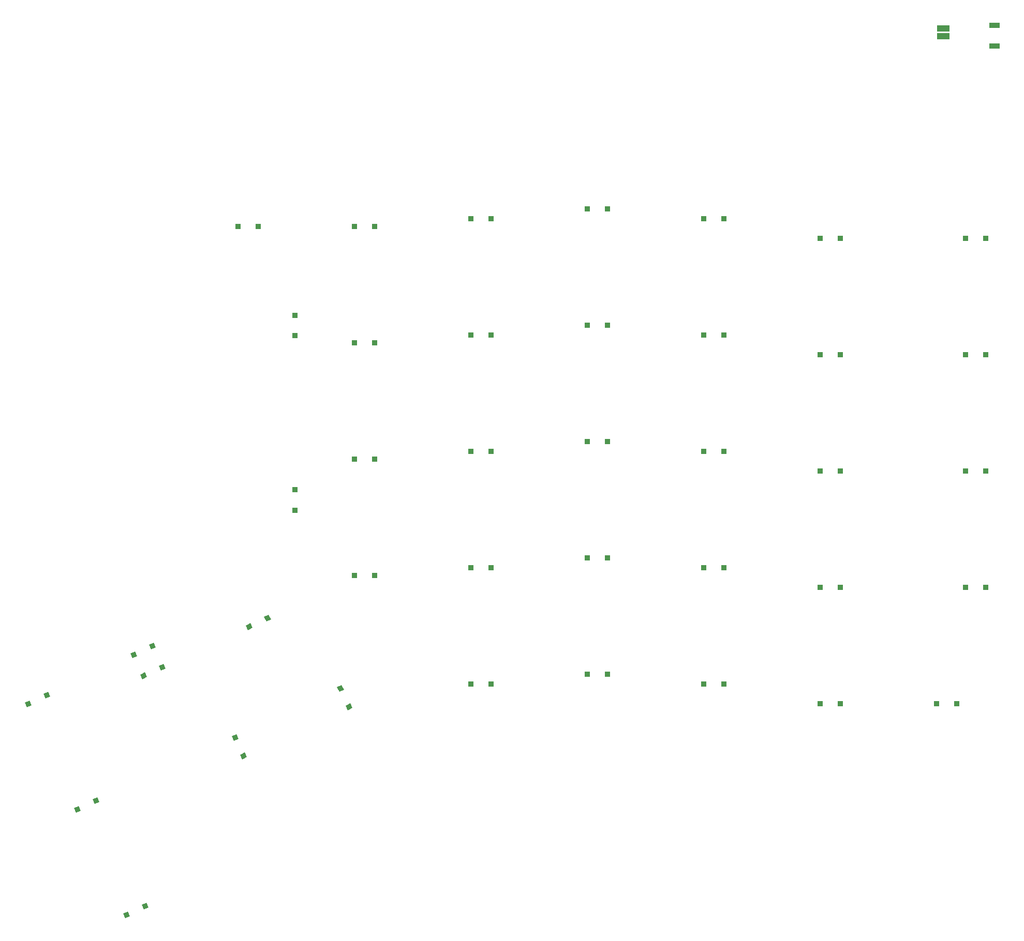
<source format=gtp>
G04 #@! TF.GenerationSoftware,KiCad,Pcbnew,5.1.5*
G04 #@! TF.CreationDate,2020-05-06T10:11:07+08:00*
G04 #@! TF.ProjectId,ErgoDOX,4572676f-444f-4582-9e6b-696361645f70,rev?*
G04 #@! TF.SameCoordinates,Original*
G04 #@! TF.FileFunction,Paste,Top*
G04 #@! TF.FilePolarity,Positive*
%FSLAX46Y46*%
G04 Gerber Fmt 4.6, Leading zero omitted, Abs format (unit mm)*
G04 Created by KiCad (PCBNEW 5.1.5) date 2020-05-06 10:11:07*
%MOMM*%
%LPD*%
G04 APERTURE LIST*
%ADD10C,0.150000*%
%ADD11R,2.032000X1.016000*%
%ADD12R,0.838200X0.838200*%
%ADD13R,1.700000X0.900000*%
G04 APERTURE END LIST*
D10*
G36*
X55083862Y-146837623D02*
G01*
X54729623Y-146077956D01*
X55489290Y-145723717D01*
X55843529Y-146483384D01*
X55083862Y-146837623D01*
G37*
G36*
X58099510Y-145431403D02*
G01*
X57745271Y-144671736D01*
X58504938Y-144317497D01*
X58859177Y-145077164D01*
X58099510Y-145431403D01*
G37*
G36*
X72348242Y-138785823D02*
G01*
X71994003Y-138026156D01*
X72753670Y-137671917D01*
X73107909Y-138431584D01*
X72348242Y-138785823D01*
G37*
G36*
X75363890Y-137379603D02*
G01*
X75009651Y-136619936D01*
X75769318Y-136265697D01*
X76123557Y-137025364D01*
X75363890Y-137379603D01*
G37*
D11*
X186130000Y-40255000D03*
X186130000Y-41525000D03*
D12*
X189788800Y-93672660D03*
X193116200Y-93672660D03*
X189788800Y-131772660D03*
X193116200Y-131772660D03*
X189788800Y-74625200D03*
X193116200Y-74625200D03*
X189788800Y-112722660D03*
X193116200Y-112722660D03*
X89776300Y-72720200D03*
X93103700Y-72720200D03*
X146926300Y-90497660D03*
X150253700Y-90497660D03*
D10*
G36*
X72204608Y-159607467D02*
G01*
X71444941Y-159961706D01*
X71090702Y-159202039D01*
X71850369Y-158847800D01*
X72204608Y-159607467D01*
G37*
G36*
X70798388Y-156591819D02*
G01*
X70038721Y-156946058D01*
X69684482Y-156186391D01*
X70444149Y-155832152D01*
X70798388Y-156591819D01*
G37*
G36*
X89468988Y-151555667D02*
G01*
X88709321Y-151909906D01*
X88355082Y-151150239D01*
X89114749Y-150796000D01*
X89468988Y-151555667D01*
G37*
G36*
X88062768Y-148540019D02*
G01*
X87303101Y-148894258D01*
X86948862Y-148134591D01*
X87708529Y-147780352D01*
X88062768Y-148540019D01*
G37*
D12*
X108826300Y-147647660D03*
X112153700Y-147647660D03*
X127876300Y-146050000D03*
X131203700Y-146050000D03*
X165976300Y-150822660D03*
X169303700Y-150822660D03*
X89776300Y-129867660D03*
X93103700Y-129867660D03*
X108826300Y-128597660D03*
X112153700Y-128597660D03*
X127876300Y-127000000D03*
X131203700Y-127000000D03*
X146926300Y-128597660D03*
X150253700Y-128597660D03*
X165976300Y-131772660D03*
X169303700Y-131772660D03*
X89776300Y-110817660D03*
X93103700Y-110817660D03*
X108826300Y-109547660D03*
X112153700Y-109547660D03*
X127876300Y-107950000D03*
X131203700Y-107950000D03*
X146926300Y-109547660D03*
X150253700Y-109547660D03*
X108826300Y-90497660D03*
X112153700Y-90497660D03*
X127876300Y-88900000D03*
X131203700Y-88900000D03*
X165976300Y-93672660D03*
X169303700Y-93672660D03*
X146926300Y-147647660D03*
X150253700Y-147647660D03*
X108826300Y-71447660D03*
X112153700Y-71447660D03*
X127876300Y-69850000D03*
X131203700Y-69850000D03*
X146926300Y-71447660D03*
X150253700Y-71447660D03*
X165976300Y-74625200D03*
X169303700Y-74625200D03*
D10*
G36*
X53473133Y-143385568D02*
G01*
X53118894Y-142625901D01*
X53878561Y-142271662D01*
X54232800Y-143031329D01*
X53473133Y-143385568D01*
G37*
G36*
X56488781Y-141979348D02*
G01*
X56134542Y-141219681D01*
X56894209Y-140865442D01*
X57248448Y-141625109D01*
X56488781Y-141979348D01*
G37*
G36*
X36208753Y-151434828D02*
G01*
X35854514Y-150675161D01*
X36614181Y-150320922D01*
X36968420Y-151080589D01*
X36208753Y-151434828D01*
G37*
G36*
X39224401Y-150028608D02*
G01*
X38870162Y-149268941D01*
X39629829Y-148914702D01*
X39984068Y-149674369D01*
X39224401Y-150028608D01*
G37*
G36*
X52309813Y-185966128D02*
G01*
X51955574Y-185206461D01*
X52715241Y-184852222D01*
X53069480Y-185611889D01*
X52309813Y-185966128D01*
G37*
G36*
X55325461Y-184559908D02*
G01*
X54971222Y-183800241D01*
X55730889Y-183446002D01*
X56085128Y-184205669D01*
X55325461Y-184559908D01*
G37*
G36*
X44258013Y-168699208D02*
G01*
X43903774Y-167939541D01*
X44663441Y-167585302D01*
X45017680Y-168344969D01*
X44258013Y-168699208D01*
G37*
G36*
X47273661Y-167292988D02*
G01*
X46919422Y-166533321D01*
X47679089Y-166179082D01*
X48033328Y-166938749D01*
X47273661Y-167292988D01*
G37*
D12*
X89776300Y-91767660D03*
X93103700Y-91767660D03*
X185026300Y-150822660D03*
X188353700Y-150822660D03*
X80010000Y-119148860D03*
X80010000Y-115821460D03*
X80010000Y-90573860D03*
X80010000Y-87246460D03*
X70726300Y-72720200D03*
X74053700Y-72720200D03*
X165976300Y-112722660D03*
X169303700Y-112722660D03*
D13*
X194500000Y-43150000D03*
X194500000Y-39750000D03*
M02*

</source>
